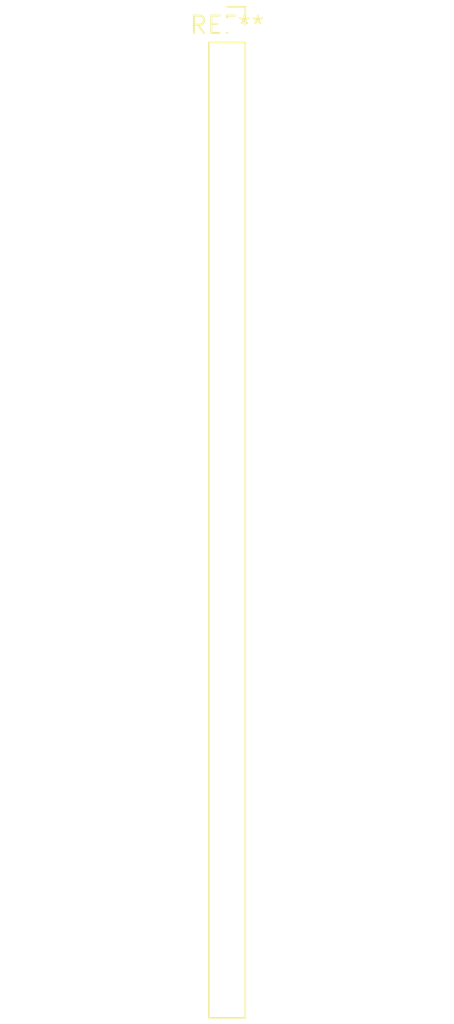
<source format=kicad_pcb>
(kicad_pcb (version 20240108) (generator pcbnew)
  (layers (0 "F.Cu" signal) (31 "B.Cu" signal) (34 "B.Paste" user) (35 "F.Paste" user) (36 "B.SilkS" user "B.Silkscreen") (37 "F.SilkS" user "F.Silkscreen") (38 "B.Mask" user) (39 "F.Mask" user) (44 "Edge.Cuts" user))
  (net 0 "")
  (footprint "PinSocket_1x29_P2.54mm_Vertical" (layer "F.Cu") (at 0 0)
    (property "Reference" "REF**")
    (property "Value" "PinSocket_1x29_P2.54mm_Vertical")
    (fp_line (start -1.33 1.27) (end -1.33 72.45) (layer "F.SilkS") (stroke (width 0.12)))
    (fp_line (start -1.33 1.27) (end 1.33 1.27) (layer "F.SilkS") (stroke (width 0.12)))
    (fp_line (start -1.33 72.45) (end 1.33 72.45) (layer "F.SilkS") (stroke (width 0.12)))
    (fp_line (start 0 -1.33) (end 1.33 -1.33) (layer "F.SilkS") (stroke (width 0.12)))
    (fp_line (start 1.33 -1.33) (end 1.33 0) (layer "F.SilkS") (stroke (width 0.12)))
    (fp_line (start 1.33 1.27) (end 1.33 72.45) (layer "F.SilkS") (stroke (width 0.12)))
    (pad "1" thru_hole rect (at 0 0) (size 1.7 1.7) (drill 1) (layers *.Cu *.Mask) (remove_unused_layers))
    (pad "2" thru_hole oval (at 0 2.54) (size 1.7 1.7) (drill 1) (layers *.Cu *.Mask) (remove_unused_layers))
    (pad "3" thru_hole oval (at 0 5.08) (size 1.7 1.7) (drill 1) (layers *.Cu *.Mask) (remove_unused_layers))
    (pad "4" thru_hole oval (at 0 7.62) (size 1.7 1.7) (drill 1) (layers *.Cu *.Mask) (remove_unused_layers))
    (pad "5" thru_hole oval (at 0 10.16) (size 1.7 1.7) (drill 1) (layers *.Cu *.Mask) (remove_unused_layers))
    (pad "6" thru_hole oval (at 0 12.7) (size 1.7 1.7) (drill 1) (layers *.Cu *.Mask) (remove_unused_layers))
    (pad "7" thru_hole oval (at 0 15.24) (size 1.7 1.7) (drill 1) (layers *.Cu *.Mask) (remove_unused_layers))
    (pad "8" thru_hole oval (at 0 17.78) (size 1.7 1.7) (drill 1) (layers *.Cu *.Mask) (remove_unused_layers))
    (pad "9" thru_hole oval (at 0 20.32) (size 1.7 1.7) (drill 1) (layers *.Cu *.Mask) (remove_unused_layers))
    (pad "10" thru_hole oval (at 0 22.86) (size 1.7 1.7) (drill 1) (layers *.Cu *.Mask) (remove_unused_layers))
    (pad "11" thru_hole oval (at 0 25.4) (size 1.7 1.7) (drill 1) (layers *.Cu *.Mask) (remove_unused_layers))
    (pad "12" thru_hole oval (at 0 27.94) (size 1.7 1.7) (drill 1) (layers *.Cu *.Mask) (remove_unused_layers))
    (pad "13" thru_hole oval (at 0 30.48) (size 1.7 1.7) (drill 1) (layers *.Cu *.Mask) (remove_unused_layers))
    (pad "14" thru_hole oval (at 0 33.02) (size 1.7 1.7) (drill 1) (layers *.Cu *.Mask) (remove_unused_layers))
    (pad "15" thru_hole oval (at 0 35.56) (size 1.7 1.7) (drill 1) (layers *.Cu *.Mask) (remove_unused_layers))
    (pad "16" thru_hole oval (at 0 38.1) (size 1.7 1.7) (drill 1) (layers *.Cu *.Mask) (remove_unused_layers))
    (pad "17" thru_hole oval (at 0 40.64) (size 1.7 1.7) (drill 1) (layers *.Cu *.Mask) (remove_unused_layers))
    (pad "18" thru_hole oval (at 0 43.18) (size 1.7 1.7) (drill 1) (layers *.Cu *.Mask) (remove_unused_layers))
    (pad "19" thru_hole oval (at 0 45.72) (size 1.7 1.7) (drill 1) (layers *.Cu *.Mask) (remove_unused_layers))
    (pad "20" thru_hole oval (at 0 48.26) (size 1.7 1.7) (drill 1) (layers *.Cu *.Mask) (remove_unused_layers))
    (pad "21" thru_hole oval (at 0 50.8) (size 1.7 1.7) (drill 1) (layers *.Cu *.Mask) (remove_unused_layers))
    (pad "22" thru_hole oval (at 0 53.34) (size 1.7 1.7) (drill 1) (layers *.Cu *.Mask) (remove_unused_layers))
    (pad "23" thru_hole oval (at 0 55.88) (size 1.7 1.7) (drill 1) (layers *.Cu *.Mask) (remove_unused_layers))
    (pad "24" thru_hole oval (at 0 58.42) (size 1.7 1.7) (drill 1) (layers *.Cu *.Mask) (remove_unused_layers))
    (pad "25" thru_hole oval (at 0 60.96) (size 1.7 1.7) (drill 1) (layers *.Cu *.Mask) (remove_unused_layers))
    (pad "26" thru_hole oval (at 0 63.5) (size 1.7 1.7) (drill 1) (layers *.Cu *.Mask) (remove_unused_layers))
    (pad "27" thru_hole oval (at 0 66.04) (size 1.7 1.7) (drill 1) (layers *.Cu *.Mask) (remove_unused_layers))
    (pad "28" thru_hole oval (at 0 68.58) (size 1.7 1.7) (drill 1) (layers *.Cu *.Mask) (remove_unused_layers))
    (pad "29" thru_hole oval (at 0 71.12) (size 1.7 1.7) (drill 1) (layers *.Cu *.Mask) (remove_unused_layers))
  )
)
</source>
